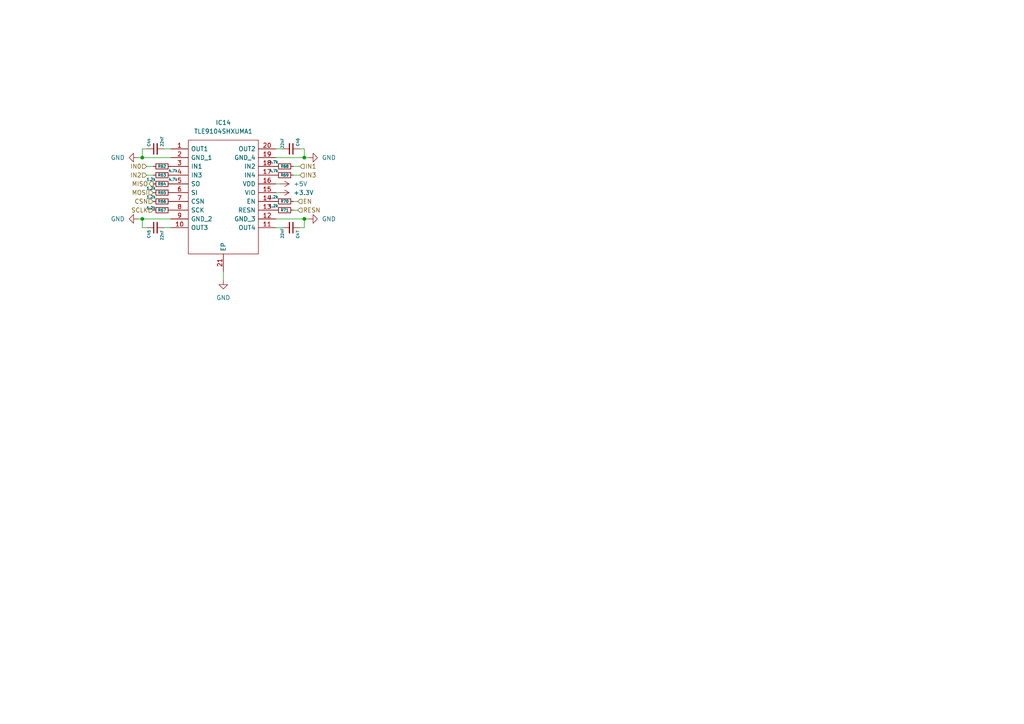
<source format=kicad_sch>
(kicad_sch (version 20211123) (generator eeschema)
  (paper "A4")
  (lib_symbols
    (symbol "Device:C_Small" (pin_numbers hide) (pin_names (offset 0.254) hide)
      (property "Reference" "C" (at 0.254 1.778 0))
      (property "Value" "C_Small" (at 0.254 -2.032 0))
      (symbol "C_Small_0_1"
        (polyline (pts (xy -1.524 -0.508) (xy 1.524 -0.508)) (stroke (width 0.3302)))
        (polyline (pts (xy -1.524 0.508) (xy 1.524 0.508)) (stroke (width 0.3048)))
      )
      (symbol "C_Small_1_1"
        (pin passive line (at 0 2.54 270) (length 2.032) (name "~") (number "1"))
        (pin passive line (at 0 -2.54 90) (length 2.032) (name "~") (number "2"))
      )
    )
    (symbol "Device:R_Small" (pin_numbers hide) (pin_names (offset 0.254) hide)
      (property "Reference" "R" (at 0.762 0.508 0))
      (property "Value" "R_Small" (at 0.762 -1.016 0))
      (symbol "R_Small_0_1"
        (rectangle (start -0.762 1.778) (end 0.762 -1.778) (stroke (width 0.2032)))
      )
      (symbol "R_Small_1_1"
        (pin passive line (at 0 2.54 270) (length 0.762) (name "~") (number "1"))
        (pin passive line (at 0 -2.54 90) (length 0.762) (name "~") (number "2"))
      )
    )
    (symbol "PDM_additional:TLE9104SHXUMA1" (pin_names (offset 0.762))
      (property "Reference" "IC" (at 26.67 7.62 0))
      (property "Value" "TLE9104SHXUMA1" (at 26.67 5.08 0))
      (symbol "TLE9104SHXUMA1_0_0"
        (pin passive line (at 0 0 0) (length 5.08) (name "OUT1") (number "1"))
        (pin passive line (at 0 -22.86 0) (length 5.08) (name "OUT3") (number "10"))
        (pin passive line (at 30.48 -22.86 180) (length 5.08) (name "OUT4") (number "11"))
        (pin passive line (at 30.48 -20.32 180) (length 5.08) (name "GND_3") (number "12"))
        (pin passive line (at 30.48 -17.78 180) (length 5.08) (name "RESN") (number "13"))
        (pin passive line (at 30.48 -15.24 180) (length 5.08) (name "EN") (number "14"))
        (pin passive line (at 30.48 -12.7 180) (length 5.08) (name "VIO") (number "15"))
        (pin passive line (at 30.48 -10.16 180) (length 5.08) (name "VDD") (number "16"))
        (pin passive line (at 30.48 -7.62 180) (length 5.08) (name "IN4") (number "17"))
        (pin passive line (at 30.48 -5.08 180) (length 5.08) (name "IN2") (number "18"))
        (pin passive line (at 30.48 -2.54 180) (length 5.08) (name "GND_4") (number "19"))
        (pin passive line (at 0 -2.54 0) (length 5.08) (name "GND_1") (number "2"))
        (pin passive line (at 30.48 0 180) (length 5.08) (name "OUT2") (number "20"))
        (pin passive line (at 15.24 -35.56 90) (length 5.08) (name "EP") (number "21"))
        (pin passive line (at 0 -5.08 0) (length 5.08) (name "IN1") (number "3"))
        (pin passive line (at 0 -7.62 0) (length 5.08) (name "IN3") (number "4"))
        (pin passive line (at 0 -10.16 0) (length 5.08) (name "SO") (number "5"))
        (pin passive line (at 0 -12.7 0) (length 5.08) (name "SI") (number "6"))
        (pin passive line (at 0 -15.24 0) (length 5.08) (name "CSN") (number "7"))
        (pin passive line (at 0 -17.78 0) (length 5.08) (name "SCK") (number "8"))
        (pin passive line (at 0 -20.32 0) (length 5.08) (name "GND_2") (number "9"))
      )
      (symbol "TLE9104SHXUMA1_0_1"
        (polyline (pts (xy 5.08 2.54) (xy 25.4 2.54) (xy 25.4 -30.48) (xy 5.08 -30.48) (xy 5.08 2.54)) (stroke (width 0.1524)))
      )
    )
    (symbol "power:+3.3V" (power) (pin_names (offset 0))
      (property "Value" "+3.3V" (at 0 3.556 0))
      (symbol "+3.3V_0_1"
        (polyline (pts (xy -0.762 1.27) (xy 0 2.54)))
        (polyline (pts (xy 0 0) (xy 0 2.54)))
        (polyline (pts (xy 0 2.54) (xy 0.762 1.27)))
      )
      (symbol "+3.3V_1_1"
        (pin power_in line (at 0 0 90) (length 0) hide (name "+3.3V") (number "1"))
      )
    )
    (symbol "power:+5V" (power) (pin_names (offset 0))
      (property "Value" "+5V" (at 0 3.556 0))
      (symbol "+5V_0_1"
        (polyline (pts (xy -0.762 1.27) (xy 0 2.54)))
        (polyline (pts (xy 0 0) (xy 0 2.54)))
        (polyline (pts (xy 0 2.54) (xy 0.762 1.27)))
      )
      (symbol "+5V_1_1"
        (pin power_in line (at 0 0 90) (length 0) hide (name "+5V") (number "1"))
      )
    )
    (symbol "power:GND" (power) (pin_names (offset 0))
      (property "Value" "GND" (at 0 -3.81 0))
      (symbol "GND_0_1"
        (polyline (pts (xy 0 0) (xy 0 -1.27) (xy 1.27 -1.27) (xy 0 -2.54) (xy -1.27 -1.27) (xy 0 -1.27)))
      )
      (symbol "GND_1_1"
        (pin power_in line (at 0 0 270) (length 0) hide (name "GND") (number "1"))
      )
    )
  )
  (junction (at 41.275 63.5))
  (junction (at 88.265 45.72))
  (junction (at 88.265 63.5))
  (junction (at 41.275 45.72))
  (wire (pts (xy 42.545 43.18) (xy 41.275 43.18)))
  (wire (pts (xy 80.01 45.72) (xy 88.265 45.72)))
  (wire (pts (xy 86.995 43.18) (xy 88.265 43.18)))
  (wire (pts (xy 40.005 45.72) (xy 41.275 45.72)))
  (wire (pts (xy 86.995 50.8) (xy 85.09 50.8)))
  (wire (pts (xy 41.275 43.18) (xy 41.275 45.72)))
  (wire (pts (xy 42.545 66.04) (xy 41.275 66.04)))
  (wire (pts (xy 42.545 50.8) (xy 44.45 50.8)))
  (wire (pts (xy 40.005 63.5) (xy 41.275 63.5)))
  (wire (pts (xy 47.625 43.18) (xy 49.53 43.18)))
  (wire (pts (xy 64.77 78.74) (xy 64.77 81.28)))
  (wire (pts (xy 85.09 58.42) (xy 86.36 58.42)))
  (wire (pts (xy 80.01 63.5) (xy 88.265 63.5)))
  (wire (pts (xy 80.01 66.04) (xy 81.915 66.04)))
  (wire (pts (xy 86.995 48.26) (xy 85.09 48.26)))
  (wire (pts (xy 88.265 63.5) (xy 89.535 63.5)))
  (wire (pts (xy 41.275 66.04) (xy 41.275 63.5)))
  (wire (pts (xy 85.09 60.96) (xy 86.36 60.96)))
  (wire (pts (xy 41.275 45.72) (xy 49.53 45.72)))
  (wire (pts (xy 88.265 66.04) (xy 88.265 63.5)))
  (wire (pts (xy 47.625 66.04) (xy 49.53 66.04)))
  (wire (pts (xy 80.01 53.34) (xy 81.28 53.34)))
  (wire (pts (xy 42.545 48.26) (xy 44.45 48.26)))
  (wire (pts (xy 41.275 63.5) (xy 49.53 63.5)))
  (wire (pts (xy 80.01 55.88) (xy 81.28 55.88)))
  (wire (pts (xy 80.01 43.18) (xy 81.915 43.18)))
  (wire (pts (xy 88.265 45.72) (xy 89.535 45.72)))
  (wire (pts (xy 88.265 43.18) (xy 88.265 45.72)))
  (wire (pts (xy 86.995 66.04) (xy 88.265 66.04)))
  (hierarchical_label "IN2" (shape input) (at 42.545 50.8 180))
  (hierarchical_label "RESN" (shape input) (at 86.36 60.96 0))
  (hierarchical_label "EN" (shape input) (at 86.36 58.42 0))
  (hierarchical_label "IN0" (shape input) (at 42.545 48.26 180))
  (hierarchical_label "SCLK" (shape input) (at 44.45 60.96 180))
  (hierarchical_label "CSN" (shape input) (at 44.45 58.42 180))
  (hierarchical_label "MOSI" (shape input) (at 44.45 55.88 180))
  (hierarchical_label "MISO" (shape output) (at 44.45 53.34 180))
  (hierarchical_label "IN3" (shape input) (at 86.995 50.8 0))
  (hierarchical_label "IN1" (shape input) (at 86.995 48.26 0))
  (symbol (lib_id "power:GND") (at 40.005 63.5 270) (mirror x) (unit 1)
    (property "Reference" "#PWR0175" (effects hide))
    (property "Value" "GND" (at 36.195 63.5001 90) (effects (justify right)))
  )
  (symbol (lib_id "Device:R_Small") (at 82.55 48.26 270) (unit 1)
    (property "Reference" "R68" (at 82.55 48.26 90) (effects (font (size 0.8 0.8))))
    (property "Value" "4.7k" (at 79.375 46.99 90) (effects (font (size 0.8 0.8))))
    (property "Footprint" "Resistor_SMD:R_0402_1005Metric" (effects hide))
  )
  (symbol (lib_id "power:+5V") (at 81.28 53.34 270) (unit 1)
    (property "Reference" "#PWR0170" (effects hide))
    (property "Value" "+5V" (at 85.09 53.3399 90) (effects (justify left)))
  )
  (symbol (lib_id "power:GND") (at 89.535 63.5 90) (mirror x) (unit 1)
    (property "Reference" "#PWR0172" (effects hide))
    (property "Value" "GND" (at 93.345 63.5001 90) (effects (justify right)))
  )
  (symbol (lib_id "Device:R_Small") (at 82.55 58.42 90) (unit 1)
    (property "Reference" "R70" (at 82.55 58.42 90) (effects (font (size 0.8 0.8))))
    (property "Value" "1.2k" (at 79.375 57.15 90) (effects (font (size 0.8 0.8))))
    (property "Footprint" "Resistor_SMD:R_0402_1005Metric" (effects hide))
  )
  (symbol (lib_id "Device:C_Small") (at 45.085 43.18 90) (unit 1)
    (property "Reference" "C44" (at 43.18 42.545 0) (effects (font (size 0.8 0.8)) (justify left)))
    (property "Value" "22nF" (at 46.99 42.545 0) (effects (font (size 0.8 0.8)) (justify left)))
  )
  (symbol (lib_id "Device:R_Small") (at 46.99 55.88 90) (unit 1)
    (property "Reference" "R65" (at 46.99 55.88 90) (effects (font (size 0.8 0.8))))
    (property "Value" "1.2k" (at 43.815 54.61 90) (effects (font (size 0.8 0.8))))
    (property "Footprint" "Resistor_SMD:R_0402_1005Metric" (effects hide))
  )
  (symbol (lib_id "Device:R_Small") (at 46.99 58.42 90) (unit 1)
    (property "Reference" "R66" (at 46.99 58.42 90) (effects (font (size 0.8 0.8))))
    (property "Value" "1.2k" (at 43.815 57.15 90) (effects (font (size 0.8 0.8))))
    (property "Footprint" "Resistor_SMD:R_0402_1005Metric" (effects hide))
  )
  (symbol (lib_id "Device:R_Small") (at 46.99 53.34 90) (unit 1)
    (property "Reference" "R64" (at 46.99 53.34 90) (effects (font (size 0.8 0.8))))
    (property "Value" "1.2k" (at 43.815 52.07 90) (effects (font (size 0.8 0.8))))
    (property "Footprint" "Resistor_SMD:R_0402_1005Metric" (effects hide))
  )
  (symbol (lib_id "power:GND") (at 64.77 81.28 0) (unit 1)
    (property "Reference" "#PWR0174" (effects hide))
    (property "Value" "GND" (at 64.77 86.36 0))
  )
  (symbol (lib_id "Device:C_Small") (at 45.085 66.04 90) (mirror x) (unit 1)
    (property "Reference" "C45" (at 43.18 66.675 0) (effects (font (size 0.8 0.8)) (justify left)))
    (property "Value" "22nF" (at 46.99 66.675 0) (effects (font (size 0.8 0.8)) (justify left)))
  )
  (symbol (lib_id "PDM_additional:TLE9104SHXUMA1") (at 49.53 43.18 0) (unit 1)
    (property "Reference" "IC14" (at 64.77 35.56 0))
    (property "Value" "TLE9104SHXUMA1" (at 64.77 38.1 0))
    (property "Footprint" "PDM_Additional:SOP50P1030X260-21N" (effects hide))
    (property "Datasheet" "https://datasheet.datasheetarchive.com/originals/distributors/DKDS-40/45601.pdf" (effects hide))
    (property "Description" "INFINEON - TLE9104SHXUMA1 - POWER LOAD SW, AEC-Q100, 5.5V, SOIC-20" (effects hide))
    (property "Height" "2.6" (effects hide))
    (property "Manufacturer_Name" "Infineon" (effects hide))
    (property "Manufacturer_Part_Number" "TLE9104SHXUMA1" (effects hide))
    (property "Mouser Part Number" "726-TLE9104SHXUMA1" (effects hide))
    (property "Mouser Price/Stock" "https://www.mouser.co.uk/ProductDetail/Infineon-Technologies/TLE9104SHXUMA1?qs=F5EMLAvA7IDeMDjrSTm3Cg%3D%3D" (effects hide))
    (property "Arrow Part Number" "TLE9104SHXUMA1" (effects hide))
    (property "Arrow Price/Stock" "https://www.arrow.com/en/products/tle9104shxuma1/infineon-technologies-ag" (effects hide))
  )
  (symbol (lib_id "Device:R_Small") (at 82.55 60.96 90) (unit 1)
    (property "Reference" "R71" (at 82.55 60.96 90) (effects (font (size 0.8 0.8))))
    (property "Value" "1.2k" (at 79.375 59.69 90) (effects (font (size 0.8 0.8))))
    (property "Footprint" "Resistor_SMD:R_0402_1005Metric" (effects hide))
  )
  (symbol (lib_id "power:GND") (at 40.005 45.72 270) (unit 1)
    (property "Reference" "#PWR0173" (effects hide))
    (property "Value" "GND" (at 36.195 45.7199 90) (effects (justify right)))
  )
  (symbol (lib_id "power:GND") (at 89.535 45.72 90) (unit 1)
    (property "Reference" "#PWR0107" (effects hide))
    (property "Value" "GND" (at 93.345 45.7199 90) (effects (justify right)))
  )
  (symbol (lib_id "Device:R_Small") (at 46.99 48.26 90) (unit 1)
    (property "Reference" "R62" (at 46.99 48.26 90) (effects (font (size 0.8 0.8))))
    (property "Value" "4.7k" (at 50.165 49.53 90) (effects (font (size 0.8 0.8))))
    (property "Footprint" "Resistor_SMD:R_0402_1005Metric" (effects hide))
  )
  (symbol (lib_id "Device:R_Small") (at 82.55 50.8 270) (unit 1)
    (property "Reference" "R69" (at 82.55 50.8 90) (effects (font (size 0.8 0.8))))
    (property "Value" "4.7k" (at 79.375 49.53 90) (effects (font (size 0.8 0.8))))
    (property "Footprint" "Resistor_SMD:R_0402_1005Metric" (effects hide))
  )
  (symbol (lib_id "Device:R_Small") (at 46.99 50.8 90) (unit 1)
    (property "Reference" "R63" (at 46.99 50.8 90) (effects (font (size 0.8 0.8))))
    (property "Value" "4.7k" (at 50.165 52.07 90) (effects (font (size 0.8 0.8))))
    (property "Footprint" "Resistor_SMD:R_0402_1005Metric" (effects hide))
  )
  (symbol (lib_id "Device:C_Small") (at 84.455 43.18 270) (unit 1)
    (property "Reference" "C46" (at 86.36 40.005 0) (effects (font (size 0.8 0.8)) (justify left)))
    (property "Value" "22nF" (at 81.915 40.005 0) (effects (font (size 0.8 0.8)) (justify left)))
  )
  (symbol (lib_id "power:+3.3V") (at 81.28 55.88 270) (unit 1)
    (property "Reference" "#PWR0171" (effects hide))
    (property "Value" "+3.3V" (at 85.09 55.8799 90) (effects (justify left)))
  )
  (symbol (lib_id "Device:C_Small") (at 84.455 66.04 270) (mirror x) (unit 1)
    (property "Reference" "C47" (at 86.36 69.215 0) (effects (font (size 0.8 0.8)) (justify left)))
    (property "Value" "22nF" (at 81.915 69.215 0) (effects (font (size 0.8 0.8)) (justify left)))
  )
  (symbol (lib_id "Device:R_Small") (at 46.99 60.96 270) (unit 1)
    (property "Reference" "R67" (at 46.99 60.96 90) (effects (font (size 0.8 0.8))))
    (property "Value" "1.2k" (at 43.815 60.325 90) (effects (font (size 0.8 0.8))))
    (property "Footprint" "Resistor_SMD:R_0402_1005Metric" (effects hide))
  )
)
</source>
